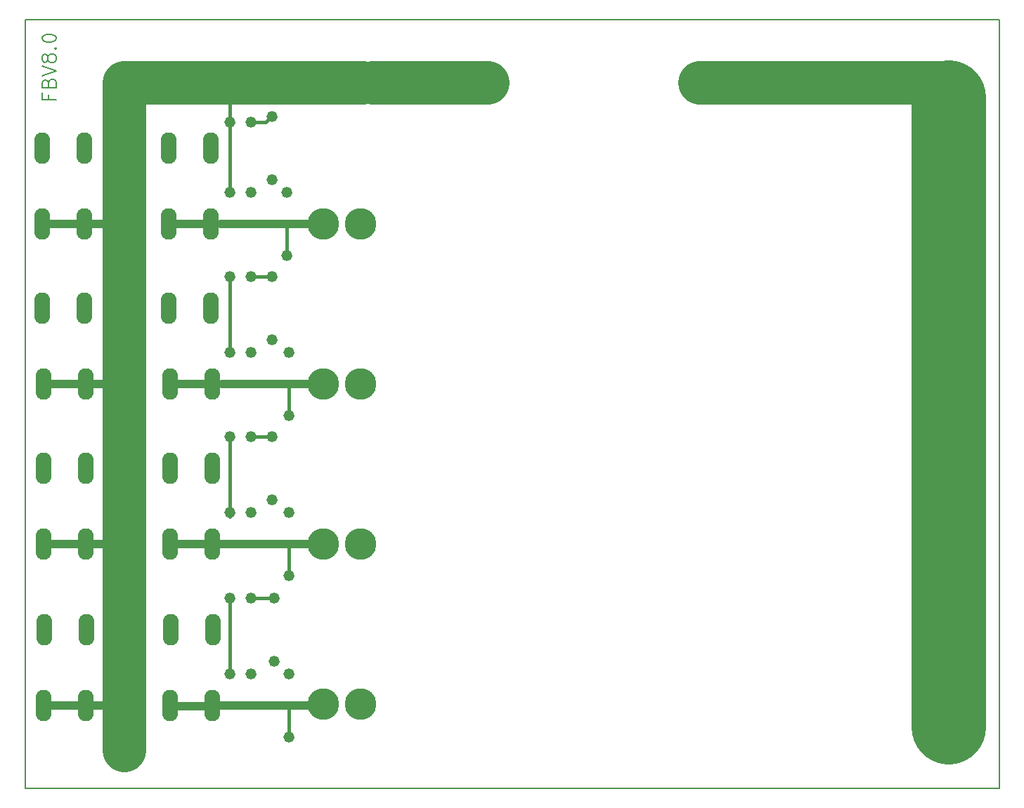
<source format=gbr>
G04 #@! TF.GenerationSoftware,KiCad,Pcbnew,(5.1.6)-1*
G04 #@! TF.CreationDate,2020-06-14T17:11:32+02:00*
G04 #@! TF.ProjectId,fuseboardv4,66757365-626f-4617-9264-76342e6b6963,rev?*
G04 #@! TF.SameCoordinates,Original*
G04 #@! TF.FileFunction,Copper,L1,Top*
G04 #@! TF.FilePolarity,Positive*
%FSLAX46Y46*%
G04 Gerber Fmt 4.6, Leading zero omitted, Abs format (unit mm)*
G04 Created by KiCad (PCBNEW (5.1.6)-1) date 2020-06-14 17:11:32*
%MOMM*%
%LPD*%
G01*
G04 APERTURE LIST*
G04 #@! TA.AperFunction,Profile*
%ADD10C,0.150000*%
G04 #@! TD*
G04 #@! TA.AperFunction,NonConductor*
%ADD11C,0.142240*%
G04 #@! TD*
G04 #@! TA.AperFunction,ComponentPad*
%ADD12C,3.810000*%
G04 #@! TD*
G04 #@! TA.AperFunction,ComponentPad*
%ADD13C,2.224000*%
G04 #@! TD*
G04 #@! TA.AperFunction,ComponentPad*
%ADD14C,2.600000*%
G04 #@! TD*
G04 #@! TA.AperFunction,ComponentPad*
%ADD15R,2.600000X2.600000*%
G04 #@! TD*
G04 #@! TA.AperFunction,ComponentPad*
%ADD16O,1.905000X3.810000*%
G04 #@! TD*
G04 #@! TA.AperFunction,ComponentPad*
%ADD17C,1.320800*%
G04 #@! TD*
G04 #@! TA.AperFunction,Conductor*
%ADD18C,0.406400*%
G04 #@! TD*
G04 #@! TA.AperFunction,Conductor*
%ADD19C,1.016000*%
G04 #@! TD*
G04 #@! TA.AperFunction,Conductor*
%ADD20C,5.283200*%
G04 #@! TD*
G04 #@! TA.AperFunction,Conductor*
%ADD21C,0.812800*%
G04 #@! TD*
G04 #@! TA.AperFunction,Conductor*
%ADD22C,9.000000*%
G04 #@! TD*
G04 APERTURE END LIST*
D10*
X87630000Y-147320000D02*
X205000000Y-147320000D01*
X205000000Y-54610000D02*
X87630000Y-54610000D01*
X87630000Y-54610000D02*
X87630000Y-147320000D01*
D11*
X90474800Y-63712344D02*
X90474800Y-64275377D01*
X91359566Y-64275377D02*
X89670466Y-64275377D01*
X89670466Y-63471044D01*
X90474800Y-62264544D02*
X90555233Y-62023244D01*
X90635666Y-61942810D01*
X90796533Y-61862377D01*
X91037833Y-61862377D01*
X91198700Y-61942810D01*
X91279133Y-62023244D01*
X91359566Y-62184110D01*
X91359566Y-62827577D01*
X89670466Y-62827577D01*
X89670466Y-62264544D01*
X89750900Y-62103677D01*
X89831333Y-62023244D01*
X89992200Y-61942810D01*
X90153066Y-61942810D01*
X90313933Y-62023244D01*
X90394366Y-62103677D01*
X90474800Y-62264544D01*
X90474800Y-62827577D01*
X89670466Y-61379777D02*
X91359566Y-60816744D01*
X89670466Y-60253710D01*
X90394366Y-59449377D02*
X90313933Y-59610244D01*
X90233500Y-59690677D01*
X90072633Y-59771110D01*
X89992200Y-59771110D01*
X89831333Y-59690677D01*
X89750900Y-59610244D01*
X89670466Y-59449377D01*
X89670466Y-59127644D01*
X89750900Y-58966777D01*
X89831333Y-58886344D01*
X89992200Y-58805910D01*
X90072633Y-58805910D01*
X90233500Y-58886344D01*
X90313933Y-58966777D01*
X90394366Y-59127644D01*
X90394366Y-59449377D01*
X90474800Y-59610244D01*
X90555233Y-59690677D01*
X90716100Y-59771110D01*
X91037833Y-59771110D01*
X91198700Y-59690677D01*
X91279133Y-59610244D01*
X91359566Y-59449377D01*
X91359566Y-59127644D01*
X91279133Y-58966777D01*
X91198700Y-58886344D01*
X91037833Y-58805910D01*
X90716100Y-58805910D01*
X90555233Y-58886344D01*
X90474800Y-58966777D01*
X90394366Y-59127644D01*
X91198700Y-58082010D02*
X91279133Y-58001577D01*
X91359566Y-58082010D01*
X91279133Y-58162444D01*
X91198700Y-58082010D01*
X91359566Y-58082010D01*
X89670466Y-56955944D02*
X89670466Y-56795077D01*
X89750900Y-56634210D01*
X89831333Y-56553777D01*
X89992200Y-56473344D01*
X90313933Y-56392910D01*
X90716100Y-56392910D01*
X91037833Y-56473344D01*
X91198700Y-56553777D01*
X91279133Y-56634210D01*
X91359566Y-56795077D01*
X91359566Y-56955944D01*
X91279133Y-57116810D01*
X91198700Y-57197244D01*
X91037833Y-57277677D01*
X90716100Y-57358110D01*
X90313933Y-57358110D01*
X89992200Y-57277677D01*
X89831333Y-57197244D01*
X89750900Y-57116810D01*
X89670466Y-56955944D01*
D10*
X205000000Y-54610000D02*
X205000000Y-147320000D01*
D12*
X196469000Y-79248000D03*
X196469000Y-137160000D03*
X196469000Y-117856000D03*
X196469000Y-98552000D03*
X123571000Y-137160000D03*
X123571000Y-117856000D03*
X123571000Y-98552000D03*
X123571000Y-79248000D03*
X200949000Y-137160000D03*
X200949000Y-79248000D03*
X200949000Y-98552000D03*
X200949000Y-117856000D03*
X128051000Y-79248000D03*
X128051000Y-98552000D03*
X128051000Y-117856000D03*
X128051000Y-137160000D03*
D13*
X99606100Y-62230000D03*
D14*
X176410000Y-62230000D03*
D15*
X168910000Y-62230000D03*
D13*
X99606100Y-142240000D03*
D14*
X143390000Y-62230000D03*
D15*
X135890000Y-62230000D03*
D16*
X94780100Y-70104000D03*
X104940100Y-70104000D03*
X89700100Y-70104000D03*
X110020100Y-70104000D03*
X94780100Y-89408000D03*
X104940100Y-89408000D03*
X89700100Y-89408000D03*
X110020100Y-89408000D03*
X94907100Y-108712000D03*
X105067100Y-108712000D03*
X89827100Y-108712000D03*
X110147100Y-108712000D03*
X95034100Y-128206500D03*
X105194100Y-128206500D03*
X89954100Y-128206500D03*
X110274100Y-128206500D03*
D17*
X114846100Y-67000000D03*
X112306100Y-67000000D03*
X114846100Y-85598000D03*
X112306100Y-85598000D03*
X114846100Y-104902000D03*
X112306100Y-104902000D03*
X114846100Y-124396500D03*
X112306100Y-124396500D03*
X117348000Y-66294000D03*
X117348000Y-73914000D03*
X117348000Y-85598000D03*
X117348000Y-93218000D03*
X117348000Y-112522000D03*
X117348000Y-104902000D03*
X117602000Y-124396500D03*
X117602000Y-132016500D03*
D16*
X104940100Y-79248000D03*
X94780100Y-79248000D03*
X110020100Y-79248000D03*
X89700100Y-79248000D03*
X105067100Y-98552000D03*
X94907100Y-98552000D03*
X110147100Y-98552000D03*
X89827100Y-98552000D03*
X105067100Y-117856000D03*
X94907100Y-117856000D03*
X110147100Y-117856000D03*
X89827100Y-117856000D03*
X105067100Y-137350500D03*
X94907100Y-137350500D03*
X110147100Y-137350500D03*
X89827100Y-137350500D03*
D17*
X119126000Y-75438000D03*
X119126000Y-83058000D03*
X119380000Y-94742000D03*
X119380000Y-102362000D03*
X119380000Y-114046000D03*
X119380000Y-121666000D03*
X119380000Y-133540500D03*
X119380000Y-141160500D03*
X114846100Y-75438000D03*
X112306100Y-75438000D03*
X114846100Y-94742000D03*
X112306100Y-94742000D03*
X114846100Y-114046000D03*
X112306100Y-114046000D03*
X114846100Y-133540500D03*
X112306100Y-133540500D03*
D18*
X116642000Y-67000000D02*
X117348000Y-66294000D01*
X114846100Y-67000000D02*
X116642000Y-67000000D01*
X114846100Y-85598000D02*
X117348000Y-85598000D01*
X114846100Y-104902000D02*
X117348000Y-104902000D01*
X114846100Y-124396500D02*
X117602000Y-124396500D01*
D19*
X89827100Y-137350500D02*
X94907100Y-137350500D01*
X94907100Y-137350500D02*
X99415600Y-137350500D01*
X89827100Y-117856000D02*
X94907100Y-117856000D01*
X94907100Y-117856000D02*
X99352100Y-117856000D01*
X89827100Y-98552000D02*
X94907100Y-98552000D01*
X96617600Y-98552000D02*
X99606100Y-98552000D01*
X94907100Y-98552000D02*
X96617600Y-98552000D01*
X89700100Y-79248000D02*
X94780100Y-79248000D01*
X94780100Y-79248000D02*
X99098100Y-79248000D01*
D18*
X112306100Y-66294000D02*
X112306100Y-75438000D01*
X112306100Y-85598000D02*
X112306100Y-94742000D01*
X112306100Y-105156000D02*
X112306100Y-114554000D01*
X112306100Y-124396500D02*
X112306100Y-132880101D01*
D20*
X99606100Y-128270000D02*
X99606100Y-142786100D01*
X99606100Y-62230000D02*
X99606100Y-128270000D01*
D18*
X112306100Y-62776100D02*
X111760000Y-62230000D01*
X112306100Y-67310000D02*
X112306100Y-62776100D01*
D20*
X99606100Y-62230000D02*
X111760000Y-62230000D01*
X111760000Y-62230000D02*
X128270000Y-62230000D01*
X129540000Y-62230000D02*
X143390000Y-62230000D01*
D19*
X104940100Y-79248000D02*
X110020100Y-79248000D01*
D21*
X110020100Y-79248000D02*
X111222600Y-79248000D01*
D18*
X119126000Y-83058000D02*
X119126000Y-79502000D01*
D19*
X111222600Y-79248000D02*
X119380000Y-79248000D01*
X119380000Y-79248000D02*
X123571000Y-79248000D01*
X105067100Y-98552000D02*
X110147100Y-98552000D01*
D21*
X105067100Y-98552000D02*
X106269600Y-98552000D01*
X110147100Y-98552000D02*
X111349600Y-98552000D01*
D18*
X119380000Y-102362000D02*
X119380000Y-98552000D01*
D19*
X111349600Y-98552000D02*
X119380000Y-98552000D01*
X119380000Y-98552000D02*
X123571000Y-98552000D01*
X110236000Y-117856000D02*
X105156000Y-117856000D01*
D18*
X119380000Y-121666000D02*
X119380000Y-117856000D01*
D19*
X110147100Y-117856000D02*
X119380000Y-117856000D01*
X119380000Y-117856000D02*
X123571000Y-117856000D01*
X110236000Y-137414000D02*
X105156000Y-137414000D01*
X110147100Y-137350500D02*
X123380500Y-137350500D01*
D18*
X119380000Y-141160500D02*
X119380000Y-137160000D01*
D22*
X198900000Y-64016000D02*
X198900000Y-140000000D01*
D20*
X199270000Y-62230000D02*
X168910000Y-62230000D01*
M02*

</source>
